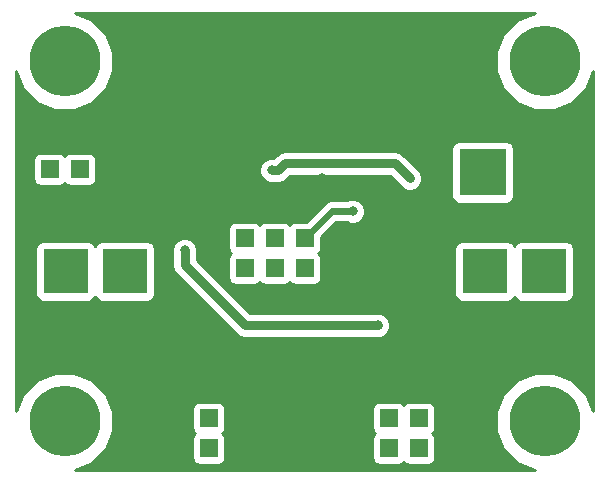
<source format=gbr>
G04 #@! TF.FileFunction,Copper,L1,Top,Signal*
%FSLAX46Y46*%
G04 Gerber Fmt 4.6, Leading zero omitted, Abs format (unit mm)*
G04 Created by KiCad (PCBNEW (2016-09-17 revision 679eef1)-makepkg) date 09/26/16 15:43:46*
%MOMM*%
%LPD*%
G01*
G04 APERTURE LIST*
%ADD10C,0.500000*%
%ADD11R,3.810000X3.810000*%
%ADD12C,6.000000*%
%ADD13R,1.524000X1.524000*%
%ADD14R,4.000000X4.000000*%
%ADD15C,4.000000*%
%ADD16C,0.800000*%
%ADD17C,0.600000*%
%ADD18C,0.300000*%
%ADD19C,0.800000*%
%ADD20C,0.254000*%
G04 APERTURE END LIST*
D10*
D11*
X45640000Y12700000D03*
X40640000Y12700000D03*
X45640000Y17780000D03*
X40640000Y17780000D03*
X5160000Y12700000D03*
X10160000Y12700000D03*
X5160000Y17780000D03*
X10160000Y17780000D03*
D12*
X5080000Y5080000D03*
X45720000Y35560000D03*
X5080000Y35560000D03*
X45720000Y5080000D03*
D13*
X6350000Y23876000D03*
X3810000Y23876000D03*
X6350000Y26416000D03*
X3810000Y26416000D03*
X14732000Y2794000D03*
X14732000Y5334000D03*
X32512000Y5334000D03*
X32512000Y2794000D03*
X35052000Y5334000D03*
X35052000Y2794000D03*
X37592000Y5334000D03*
X37592000Y2794000D03*
X25400000Y20574000D03*
X25400000Y18034000D03*
X20320000Y20574000D03*
X20320000Y18034000D03*
X22860000Y20574000D03*
X22860000Y18034000D03*
X6350000Y28956000D03*
X3810000Y28956000D03*
X17272000Y2794000D03*
X17272000Y5334000D03*
X29972000Y5334000D03*
X29972000Y2794000D03*
D14*
X40466000Y26162000D03*
D15*
X45466000Y26162000D03*
D16*
X23114000Y29972000D03*
X21844000Y29463984D03*
X21082000Y28702000D03*
X19812000Y28448000D03*
X19812000Y26924000D03*
X20827996Y26924000D03*
X21590000Y27685999D03*
X22606000Y28448000D03*
X23876000Y28955984D03*
X26907343Y25665197D03*
X26924000Y24434800D03*
X46024800Y23672800D03*
X48869600Y31496000D03*
X46177200Y30480000D03*
X48387000Y28956000D03*
X45720000Y28498800D03*
X47498000Y26619200D03*
X48920400Y26263600D03*
X48387000Y23368000D03*
X48818800Y21082000D03*
X49072800Y18389600D03*
X11379200Y8128000D03*
X12700000Y8178800D03*
X12801600Y9550402D03*
X11684000Y9702798D03*
X20828000Y5969000D03*
X19812000Y4699000D03*
X22098000Y4572000D03*
X24003000Y4699000D03*
X21209000Y1397000D03*
X27559000Y2159000D03*
X26289006Y1778000D03*
X24765000Y1397000D03*
X23241000Y1397000D03*
X19558000Y1397000D03*
X28702000Y4445000D03*
X32512000Y7112000D03*
X10160000Y8128000D03*
X8636000Y8128000D03*
X9652000Y6096000D03*
X9652000Y3556000D03*
X9144000Y1524000D03*
X18288000Y21844000D03*
X18288000Y20828000D03*
X18288000Y19304000D03*
X17272000Y18288000D03*
X18288000Y17272000D03*
X18288000Y28448000D03*
X18796000Y26924000D03*
X38100000Y1524000D03*
X39116000Y2540000D03*
X39116000Y4064000D03*
X39116000Y5588000D03*
X27940000Y3556000D03*
X39116000Y36576000D03*
X37592000Y37592000D03*
X36068000Y37592000D03*
X34036000Y37592000D03*
X32512000Y37592000D03*
X30988000Y37592000D03*
X29464000Y37592000D03*
X27940000Y37592000D03*
X26416000Y37592000D03*
X24892000Y37592000D03*
X23368000Y37592000D03*
X21844000Y37592000D03*
X20320000Y37592000D03*
X18288000Y37592000D03*
X16256000Y37592000D03*
X14224000Y37592000D03*
X11176000Y37592000D03*
X9652000Y34544000D03*
X9144000Y32512000D03*
X7620000Y30988000D03*
X5588000Y30988000D03*
X3556000Y30988000D03*
X1524000Y30988000D03*
X1524000Y28956000D03*
X1524000Y27432000D03*
X1524000Y25908000D03*
X6096000Y22352000D03*
X4572000Y22352000D03*
X3048000Y22352000D03*
X1524000Y24384000D03*
X1524000Y22860000D03*
X1524000Y20828000D03*
X1524000Y19304000D03*
X1524000Y17780000D03*
X1524000Y16256000D03*
X31496000Y7112000D03*
X32004000Y9144000D03*
X29972000Y9144000D03*
X29972000Y7112000D03*
X38100000Y14732000D03*
X38100000Y13716000D03*
X38100000Y12192000D03*
X38100000Y11176000D03*
X38100000Y10160000D03*
X39116000Y10160000D03*
X40640000Y9652000D03*
X41656000Y9652000D03*
X43180000Y9652000D03*
X44704000Y9652000D03*
X46228000Y9652000D03*
X47752000Y9652000D03*
X48768000Y10160000D03*
X48768000Y11684000D03*
X48768000Y13208000D03*
X48768000Y14732000D03*
X23876000Y11684000D03*
X21844000Y11684000D03*
X20320000Y11684000D03*
X18796000Y11684000D03*
X17780000Y12700000D03*
X16256000Y12700000D03*
X14732000Y12700000D03*
X13208000Y14224000D03*
X13208000Y12700000D03*
X13208000Y11684000D03*
X13208000Y10668000D03*
X10668000Y9652000D03*
X9144000Y9652000D03*
X7620000Y9652000D03*
X6096000Y9652000D03*
X4572000Y9652000D03*
X3048000Y9652000D03*
X2032000Y10668000D03*
X2032000Y11684000D03*
X2032000Y12700000D03*
X2032000Y13716000D03*
X27432000Y16002000D03*
X27432000Y17272000D03*
X27432000Y18796000D03*
X27432000Y20320000D03*
X33020000Y13208000D03*
X34036000Y12700000D03*
X34036000Y13716000D03*
X34036000Y14732000D03*
X34036000Y15748000D03*
X34036000Y16764000D03*
X33528000Y18288000D03*
X35052000Y17780000D03*
X35560000Y18796000D03*
X36068000Y20320000D03*
X36576000Y23876000D03*
X35560000Y23876000D03*
X34544000Y23368000D03*
X34544000Y22352000D03*
X34544000Y21336000D03*
X34544000Y20320000D03*
X34544000Y19304000D03*
X32512000Y17272000D03*
X32512000Y19304000D03*
X29464000Y17272000D03*
X29464000Y19304000D03*
X30988000Y18288000D03*
X15240000Y19558000D03*
X31623000Y13208000D03*
X29464000Y22860000D03*
X22606000Y26331987D03*
X34290000Y25654000D03*
D17*
X22548315Y29972000D02*
X23114000Y29972000D01*
X22352016Y29972000D02*
X22548315Y29972000D01*
X21844000Y29463984D02*
X22352016Y29972000D01*
X19812000Y28448000D02*
X20828000Y28448000D01*
X20828000Y28448000D02*
X21082000Y28702000D01*
X18796000Y26924000D02*
X19812000Y26924000D01*
X20827996Y27489685D02*
X20827996Y26924000D01*
X20828003Y27685999D02*
X20827996Y27685992D01*
X20827996Y27685992D02*
X20827996Y27489685D01*
X21590000Y27685999D02*
X20828003Y27685999D01*
X21082001Y27685999D02*
X20828003Y27685999D01*
X21843999Y27685999D02*
X21590000Y27685999D01*
X22606000Y28448000D02*
X21843999Y27685999D01*
X26924000Y24434800D02*
X26924000Y25648540D01*
X26924000Y25648540D02*
X26907343Y25665197D01*
D18*
X46329600Y23368000D02*
X46024800Y23672800D01*
X48387000Y23368000D02*
X46329600Y23368000D01*
X48387000Y28956000D02*
X46811920Y28956000D01*
X46811920Y28956000D02*
X46177200Y29590720D01*
X46177200Y29590720D02*
X46177200Y30480000D01*
X45720000Y28498800D02*
X47929800Y28498800D01*
X47929800Y28498800D02*
X48387000Y28956000D01*
X48920400Y26263600D02*
X47853600Y26263600D01*
X47853600Y26263600D02*
X47498000Y26619200D01*
X49072800Y18389600D02*
X49072800Y20828000D01*
X49072800Y20828000D02*
X48818800Y21082000D01*
D17*
X12700000Y8178800D02*
X11430000Y8178800D01*
X11430000Y8178800D02*
X11379200Y8128000D01*
X12700000Y8686798D02*
X12700000Y8178800D01*
X11684000Y9702798D02*
X12700000Y8686798D01*
X11684000Y9702798D02*
X12649204Y9702798D01*
X12649204Y9702798D02*
X12801600Y9550402D01*
D10*
X19812000Y4699000D02*
X19812000Y4953000D01*
X19812000Y4953000D02*
X20828000Y5969000D01*
X24003000Y4699000D02*
X22225000Y4699000D01*
X22225000Y4699000D02*
X22098000Y4572000D01*
D17*
X19558000Y1397000D02*
X21209000Y1397000D01*
X27178000Y1778000D02*
X27559000Y2159000D01*
X26289006Y1778000D02*
X27178000Y1778000D01*
X23241000Y1397000D02*
X24765000Y1397000D01*
X28702000Y4318000D02*
X28702000Y4445000D01*
X27940000Y3556000D02*
X28702000Y4318000D01*
X9652000Y6096000D02*
X9652000Y7112000D01*
X9652000Y7112000D02*
X8636000Y8128000D01*
X9144000Y1524000D02*
X9144000Y3048000D01*
X9144000Y3048000D02*
X9652000Y3556000D01*
X18288000Y19304000D02*
X18288000Y20828000D01*
X18288000Y17272000D02*
X17272000Y18288000D01*
X18796000Y26924000D02*
X18796000Y27940000D01*
X18796000Y27940000D02*
X18288000Y28448000D01*
X39116000Y4064000D02*
X39116000Y2540000D01*
X37592000Y5334000D02*
X38862000Y5334000D01*
X38862000Y5334000D02*
X39116000Y5588000D01*
X36068000Y37592000D02*
X37592000Y37592000D01*
X32512000Y37592000D02*
X34036000Y37592000D01*
X29464000Y37592000D02*
X30988000Y37592000D01*
X26416000Y37592000D02*
X27940000Y37592000D01*
X23368000Y37592000D02*
X24892000Y37592000D01*
X20320000Y37592000D02*
X21844000Y37592000D01*
X16256000Y37592000D02*
X18288000Y37592000D01*
X11176000Y37592000D02*
X14224000Y37592000D01*
X9144000Y32512000D02*
X9144000Y34036000D01*
X9144000Y34036000D02*
X9652000Y34544000D01*
X5588000Y30988000D02*
X7620000Y30988000D01*
X1524000Y30988000D02*
X3556000Y30988000D01*
X1524000Y27432000D02*
X1524000Y28956000D01*
X1524000Y24384000D02*
X1524000Y25908000D01*
X3048000Y22352000D02*
X4572000Y22352000D01*
X1524000Y22860000D02*
X1524000Y24384000D01*
X1524000Y19304000D02*
X1524000Y20828000D01*
X1524000Y16256000D02*
X1524000Y17780000D01*
X32004000Y9144000D02*
X31496000Y7112000D01*
X29972000Y7112000D02*
X29972000Y9144000D01*
X38100000Y12192000D02*
X38100000Y13716000D01*
X38100000Y10160000D02*
X38100000Y11176000D01*
X40640000Y9652000D02*
X39624000Y9652000D01*
X39624000Y9652000D02*
X39116000Y10160000D01*
X43180000Y9652000D02*
X41656000Y9652000D01*
X46228000Y9652000D02*
X44704000Y9652000D01*
X48768000Y10160000D02*
X48260000Y10160000D01*
X48260000Y10160000D02*
X47752000Y9652000D01*
X48768000Y13208000D02*
X48768000Y11684000D01*
X45640000Y12700000D02*
X46736000Y12700000D01*
X46736000Y12700000D02*
X48768000Y14732000D01*
X20320000Y11684000D02*
X21844000Y11684000D01*
X17780000Y12700000D02*
X18796000Y11684000D01*
X14732000Y12700000D02*
X16256000Y12700000D01*
X13208000Y12700000D02*
X13208000Y14224000D01*
X13208000Y10668000D02*
X13208000Y11684000D01*
X9144000Y9652000D02*
X10668000Y9652000D01*
X6096000Y9652000D02*
X7620000Y9652000D01*
X3048000Y9652000D02*
X4572000Y9652000D01*
X2032000Y11684000D02*
X2032000Y10668000D01*
X2032000Y13716000D02*
X2032000Y12700000D01*
X27432000Y17272000D02*
X27432000Y16256000D01*
X27432000Y20320000D02*
X27432000Y18796000D01*
X34036000Y12700000D02*
X33528000Y12700000D01*
X33528000Y12700000D02*
X33020000Y13208000D01*
X34036000Y14732000D02*
X34036000Y13716000D01*
X34036000Y16764000D02*
X34036000Y15748000D01*
X32512000Y17272000D02*
X33528000Y18288000D01*
X33528000Y18288000D02*
X34544000Y19304000D01*
X35052000Y17780000D02*
X34036000Y17780000D01*
X34036000Y17780000D02*
X33528000Y18288000D01*
X36068000Y20320000D02*
X36068000Y19304000D01*
X36068000Y19304000D02*
X35560000Y18796000D01*
X35560000Y23876000D02*
X36576000Y23876000D01*
X34544000Y22352000D02*
X34544000Y23368000D01*
X34544000Y20320000D02*
X34544000Y21336000D01*
X29464000Y19304000D02*
X29464000Y17272000D01*
D19*
X15240000Y18992315D02*
X15240000Y19558000D01*
X15240000Y18288000D02*
X15240000Y18992315D01*
X20320000Y13208000D02*
X15240000Y18288000D01*
X31623000Y13208000D02*
X20320000Y13208000D01*
D17*
X29464000Y22860000D02*
X27686000Y22860000D01*
X27686000Y22860000D02*
X25400000Y20574000D01*
D19*
X34290000Y25654000D02*
X33020000Y26924000D01*
X23171685Y26331987D02*
X22606000Y26331987D01*
X33020000Y26924000D02*
X23763698Y26924000D01*
X23763698Y26924000D02*
X23171685Y26331987D01*
D20*
G36*
X43385296Y39060741D02*
X42223340Y37900810D01*
X41593718Y36384513D01*
X41592285Y34742690D01*
X42219259Y33225296D01*
X43379190Y32063340D01*
X44895487Y31433718D01*
X46537310Y31432285D01*
X48054704Y32059259D01*
X49216660Y33219190D01*
X49836000Y34710725D01*
X49836000Y5925662D01*
X49220741Y7414704D01*
X48060810Y8576660D01*
X46544513Y9206282D01*
X44902690Y9207715D01*
X43385296Y8580741D01*
X42223340Y7420810D01*
X41593718Y5904513D01*
X41592285Y4262690D01*
X42219259Y2745296D01*
X43379190Y1583340D01*
X44870725Y964000D01*
X5925662Y964000D01*
X7414704Y1579259D01*
X8576660Y2739190D01*
X9206282Y4255487D01*
X9207715Y5897310D01*
X9125619Y6096000D01*
X15862560Y6096000D01*
X15862560Y4572000D01*
X15911843Y4324235D01*
X16052191Y4114191D01*
X16127307Y4064000D01*
X16052191Y4013809D01*
X15911843Y3803765D01*
X15862560Y3556000D01*
X15862560Y2032000D01*
X15911843Y1784235D01*
X16052191Y1574191D01*
X16262235Y1433843D01*
X16510000Y1384560D01*
X18034000Y1384560D01*
X18281765Y1433843D01*
X18491809Y1574191D01*
X18632157Y1784235D01*
X18681440Y2032000D01*
X18681440Y3556000D01*
X18632157Y3803765D01*
X18491809Y4013809D01*
X18416693Y4064000D01*
X18491809Y4114191D01*
X18632157Y4324235D01*
X18681440Y4572000D01*
X18681440Y6096000D01*
X31102560Y6096000D01*
X31102560Y4572000D01*
X31151843Y4324235D01*
X31292191Y4114191D01*
X31367307Y4064000D01*
X31292191Y4013809D01*
X31151843Y3803765D01*
X31102560Y3556000D01*
X31102560Y2032000D01*
X31151843Y1784235D01*
X31292191Y1574191D01*
X31502235Y1433843D01*
X31750000Y1384560D01*
X33274000Y1384560D01*
X33521765Y1433843D01*
X33731809Y1574191D01*
X33782000Y1649307D01*
X33832191Y1574191D01*
X34042235Y1433843D01*
X34290000Y1384560D01*
X35814000Y1384560D01*
X36061765Y1433843D01*
X36271809Y1574191D01*
X36412157Y1784235D01*
X36461440Y2032000D01*
X36461440Y3556000D01*
X36412157Y3803765D01*
X36271809Y4013809D01*
X36196693Y4064000D01*
X36271809Y4114191D01*
X36412157Y4324235D01*
X36461440Y4572000D01*
X36461440Y6096000D01*
X36412157Y6343765D01*
X36271809Y6553809D01*
X36061765Y6694157D01*
X35814000Y6743440D01*
X34290000Y6743440D01*
X34042235Y6694157D01*
X33832191Y6553809D01*
X33782000Y6478693D01*
X33731809Y6553809D01*
X33521765Y6694157D01*
X33274000Y6743440D01*
X31750000Y6743440D01*
X31502235Y6694157D01*
X31292191Y6553809D01*
X31151843Y6343765D01*
X31102560Y6096000D01*
X18681440Y6096000D01*
X18632157Y6343765D01*
X18491809Y6553809D01*
X18281765Y6694157D01*
X18034000Y6743440D01*
X16510000Y6743440D01*
X16262235Y6694157D01*
X16052191Y6553809D01*
X15911843Y6343765D01*
X15862560Y6096000D01*
X9125619Y6096000D01*
X8580741Y7414704D01*
X7420810Y8576660D01*
X5904513Y9206282D01*
X4262690Y9207715D01*
X2745296Y8580741D01*
X1583340Y7420810D01*
X964000Y5929275D01*
X964000Y19685000D01*
X2607560Y19685000D01*
X2607560Y15875000D01*
X2656843Y15627235D01*
X2797191Y15417191D01*
X3007235Y15276843D01*
X3255000Y15227560D01*
X7065000Y15227560D01*
X7312765Y15276843D01*
X7522809Y15417191D01*
X7660000Y15622510D01*
X7797191Y15417191D01*
X8007235Y15276843D01*
X8255000Y15227560D01*
X12065000Y15227560D01*
X12312765Y15276843D01*
X12522809Y15417191D01*
X12663157Y15627235D01*
X12712440Y15875000D01*
X12712440Y19353029D01*
X14204821Y19353029D01*
X14205000Y19352596D01*
X14205000Y18288005D01*
X14204999Y18288000D01*
X14283785Y17891923D01*
X14508144Y17556144D01*
X19588142Y12476147D01*
X19588144Y12476144D01*
X19923923Y12251785D01*
X20320000Y12172999D01*
X20320005Y12173000D01*
X31622670Y12173000D01*
X31827971Y12172821D01*
X32208515Y12330058D01*
X32499919Y12620954D01*
X32657820Y13001223D01*
X32658179Y13412971D01*
X32500942Y13793515D01*
X32210046Y14084919D01*
X31829777Y14242820D01*
X31418029Y14243179D01*
X31417596Y14243000D01*
X20748711Y14243000D01*
X16275000Y18716712D01*
X16275000Y19558000D01*
X16275179Y19762971D01*
X16117942Y20143515D01*
X15827046Y20434919D01*
X15446777Y20592820D01*
X15035029Y20593179D01*
X14654485Y20435942D01*
X14363081Y20145046D01*
X14205180Y19764777D01*
X14204821Y19353029D01*
X12712440Y19353029D01*
X12712440Y19685000D01*
X12663157Y19932765D01*
X12522809Y20142809D01*
X12312765Y20283157D01*
X12065000Y20332440D01*
X8255000Y20332440D01*
X8007235Y20283157D01*
X7797191Y20142809D01*
X7660000Y19937490D01*
X7522809Y20142809D01*
X7312765Y20283157D01*
X7065000Y20332440D01*
X3255000Y20332440D01*
X3007235Y20283157D01*
X2797191Y20142809D01*
X2656843Y19932765D01*
X2607560Y19685000D01*
X964000Y19685000D01*
X964000Y21336000D01*
X18910560Y21336000D01*
X18910560Y19812000D01*
X18959843Y19564235D01*
X19100191Y19354191D01*
X19175307Y19304000D01*
X19100191Y19253809D01*
X18959843Y19043765D01*
X18910560Y18796000D01*
X18910560Y17272000D01*
X18959843Y17024235D01*
X19100191Y16814191D01*
X19310235Y16673843D01*
X19558000Y16624560D01*
X21082000Y16624560D01*
X21329765Y16673843D01*
X21539809Y16814191D01*
X21590000Y16889307D01*
X21640191Y16814191D01*
X21850235Y16673843D01*
X22098000Y16624560D01*
X23622000Y16624560D01*
X23869765Y16673843D01*
X24079809Y16814191D01*
X24130000Y16889307D01*
X24180191Y16814191D01*
X24390235Y16673843D01*
X24638000Y16624560D01*
X26162000Y16624560D01*
X26409765Y16673843D01*
X26619809Y16814191D01*
X26760157Y17024235D01*
X26809440Y17272000D01*
X26809440Y18796000D01*
X26760157Y19043765D01*
X26619809Y19253809D01*
X26544693Y19304000D01*
X26619809Y19354191D01*
X26760157Y19564235D01*
X26784178Y19685000D01*
X38087560Y19685000D01*
X38087560Y15875000D01*
X38136843Y15627235D01*
X38277191Y15417191D01*
X38487235Y15276843D01*
X38735000Y15227560D01*
X42545000Y15227560D01*
X42792765Y15276843D01*
X43002809Y15417191D01*
X43140000Y15622510D01*
X43277191Y15417191D01*
X43487235Y15276843D01*
X43735000Y15227560D01*
X47545000Y15227560D01*
X47792765Y15276843D01*
X48002809Y15417191D01*
X48143157Y15627235D01*
X48192440Y15875000D01*
X48192440Y19685000D01*
X48143157Y19932765D01*
X48002809Y20142809D01*
X47792765Y20283157D01*
X47545000Y20332440D01*
X43735000Y20332440D01*
X43487235Y20283157D01*
X43277191Y20142809D01*
X43140000Y19937490D01*
X43002809Y20142809D01*
X42792765Y20283157D01*
X42545000Y20332440D01*
X38735000Y20332440D01*
X38487235Y20283157D01*
X38277191Y20142809D01*
X38136843Y19932765D01*
X38087560Y19685000D01*
X26784178Y19685000D01*
X26809440Y19812000D01*
X26809440Y20661150D01*
X28073290Y21925000D01*
X29016829Y21925000D01*
X29257223Y21825180D01*
X29668971Y21824821D01*
X30049515Y21982058D01*
X30340919Y22272954D01*
X30498820Y22653223D01*
X30499179Y23064971D01*
X30341942Y23445515D01*
X30051046Y23736919D01*
X29670777Y23894820D01*
X29259029Y23895179D01*
X29016576Y23795000D01*
X27686000Y23795000D01*
X27328191Y23723827D01*
X27024855Y23521145D01*
X25487150Y21983440D01*
X24638000Y21983440D01*
X24390235Y21934157D01*
X24180191Y21793809D01*
X24130000Y21718693D01*
X24079809Y21793809D01*
X23869765Y21934157D01*
X23622000Y21983440D01*
X22098000Y21983440D01*
X21850235Y21934157D01*
X21640191Y21793809D01*
X21590000Y21718693D01*
X21539809Y21793809D01*
X21329765Y21934157D01*
X21082000Y21983440D01*
X19558000Y21983440D01*
X19310235Y21934157D01*
X19100191Y21793809D01*
X18959843Y21583765D01*
X18910560Y21336000D01*
X964000Y21336000D01*
X964000Y27178000D01*
X2400560Y27178000D01*
X2400560Y25654000D01*
X2449843Y25406235D01*
X2590191Y25196191D01*
X2800235Y25055843D01*
X3048000Y25006560D01*
X4572000Y25006560D01*
X4819765Y25055843D01*
X5029809Y25196191D01*
X5080000Y25271307D01*
X5130191Y25196191D01*
X5340235Y25055843D01*
X5588000Y25006560D01*
X7112000Y25006560D01*
X7359765Y25055843D01*
X7569809Y25196191D01*
X7710157Y25406235D01*
X7759440Y25654000D01*
X7759440Y26127016D01*
X21570821Y26127016D01*
X21728058Y25746472D01*
X22018954Y25455068D01*
X22399223Y25297167D01*
X22810971Y25296808D01*
X22811404Y25296987D01*
X23171680Y25296987D01*
X23171685Y25296986D01*
X23567762Y25375772D01*
X23903541Y25600131D01*
X24192410Y25889000D01*
X32591288Y25889000D01*
X33557506Y24922783D01*
X33702954Y24777081D01*
X34083223Y24619180D01*
X34289996Y24619000D01*
X34290000Y24618999D01*
X34290004Y24619000D01*
X34494971Y24618821D01*
X34875515Y24776058D01*
X35166919Y25066954D01*
X35324820Y25447223D01*
X35325000Y25653996D01*
X35325001Y25654000D01*
X35325000Y25654004D01*
X35325179Y25858971D01*
X35167942Y26239515D01*
X34877046Y26530919D01*
X34876612Y26531099D01*
X33751856Y27655856D01*
X33416077Y27880215D01*
X33020000Y27959001D01*
X33019995Y27959000D01*
X23763703Y27959000D01*
X23763698Y27959001D01*
X23367621Y27880215D01*
X23031842Y27655856D01*
X23031840Y27655853D01*
X22742974Y27366987D01*
X22606330Y27366987D01*
X22401029Y27367166D01*
X22020485Y27209929D01*
X21729081Y26919033D01*
X21571180Y26538764D01*
X21570821Y26127016D01*
X7759440Y26127016D01*
X7759440Y27178000D01*
X7710157Y27425765D01*
X7569809Y27635809D01*
X7359765Y27776157D01*
X7112000Y27825440D01*
X5588000Y27825440D01*
X5340235Y27776157D01*
X5130191Y27635809D01*
X5080000Y27560693D01*
X5029809Y27635809D01*
X4819765Y27776157D01*
X4572000Y27825440D01*
X3048000Y27825440D01*
X2800235Y27776157D01*
X2590191Y27635809D01*
X2449843Y27425765D01*
X2400560Y27178000D01*
X964000Y27178000D01*
X964000Y28162000D01*
X37818560Y28162000D01*
X37818560Y24162000D01*
X37867843Y23914235D01*
X38008191Y23704191D01*
X38218235Y23563843D01*
X38466000Y23514560D01*
X42466000Y23514560D01*
X42713765Y23563843D01*
X42923809Y23704191D01*
X43064157Y23914235D01*
X43113440Y24162000D01*
X43113440Y28162000D01*
X43064157Y28409765D01*
X42923809Y28619809D01*
X42713765Y28760157D01*
X42466000Y28809440D01*
X38466000Y28809440D01*
X38218235Y28760157D01*
X38008191Y28619809D01*
X37867843Y28409765D01*
X37818560Y28162000D01*
X964000Y28162000D01*
X964000Y34714338D01*
X1579259Y33225296D01*
X2739190Y32063340D01*
X4255487Y31433718D01*
X5897310Y31432285D01*
X7414704Y32059259D01*
X8576660Y33219190D01*
X9206282Y34735487D01*
X9207715Y36377310D01*
X8580741Y37894704D01*
X7420810Y39056660D01*
X5929275Y39676000D01*
X44874338Y39676000D01*
X43385296Y39060741D01*
X43385296Y39060741D01*
G37*
X43385296Y39060741D02*
X42223340Y37900810D01*
X41593718Y36384513D01*
X41592285Y34742690D01*
X42219259Y33225296D01*
X43379190Y32063340D01*
X44895487Y31433718D01*
X46537310Y31432285D01*
X48054704Y32059259D01*
X49216660Y33219190D01*
X49836000Y34710725D01*
X49836000Y5925662D01*
X49220741Y7414704D01*
X48060810Y8576660D01*
X46544513Y9206282D01*
X44902690Y9207715D01*
X43385296Y8580741D01*
X42223340Y7420810D01*
X41593718Y5904513D01*
X41592285Y4262690D01*
X42219259Y2745296D01*
X43379190Y1583340D01*
X44870725Y964000D01*
X5925662Y964000D01*
X7414704Y1579259D01*
X8576660Y2739190D01*
X9206282Y4255487D01*
X9207715Y5897310D01*
X9125619Y6096000D01*
X15862560Y6096000D01*
X15862560Y4572000D01*
X15911843Y4324235D01*
X16052191Y4114191D01*
X16127307Y4064000D01*
X16052191Y4013809D01*
X15911843Y3803765D01*
X15862560Y3556000D01*
X15862560Y2032000D01*
X15911843Y1784235D01*
X16052191Y1574191D01*
X16262235Y1433843D01*
X16510000Y1384560D01*
X18034000Y1384560D01*
X18281765Y1433843D01*
X18491809Y1574191D01*
X18632157Y1784235D01*
X18681440Y2032000D01*
X18681440Y3556000D01*
X18632157Y3803765D01*
X18491809Y4013809D01*
X18416693Y4064000D01*
X18491809Y4114191D01*
X18632157Y4324235D01*
X18681440Y4572000D01*
X18681440Y6096000D01*
X31102560Y6096000D01*
X31102560Y4572000D01*
X31151843Y4324235D01*
X31292191Y4114191D01*
X31367307Y4064000D01*
X31292191Y4013809D01*
X31151843Y3803765D01*
X31102560Y3556000D01*
X31102560Y2032000D01*
X31151843Y1784235D01*
X31292191Y1574191D01*
X31502235Y1433843D01*
X31750000Y1384560D01*
X33274000Y1384560D01*
X33521765Y1433843D01*
X33731809Y1574191D01*
X33782000Y1649307D01*
X33832191Y1574191D01*
X34042235Y1433843D01*
X34290000Y1384560D01*
X35814000Y1384560D01*
X36061765Y1433843D01*
X36271809Y1574191D01*
X36412157Y1784235D01*
X36461440Y2032000D01*
X36461440Y3556000D01*
X36412157Y3803765D01*
X36271809Y4013809D01*
X36196693Y4064000D01*
X36271809Y4114191D01*
X36412157Y4324235D01*
X36461440Y4572000D01*
X36461440Y6096000D01*
X36412157Y6343765D01*
X36271809Y6553809D01*
X36061765Y6694157D01*
X35814000Y6743440D01*
X34290000Y6743440D01*
X34042235Y6694157D01*
X33832191Y6553809D01*
X33782000Y6478693D01*
X33731809Y6553809D01*
X33521765Y6694157D01*
X33274000Y6743440D01*
X31750000Y6743440D01*
X31502235Y6694157D01*
X31292191Y6553809D01*
X31151843Y6343765D01*
X31102560Y6096000D01*
X18681440Y6096000D01*
X18632157Y6343765D01*
X18491809Y6553809D01*
X18281765Y6694157D01*
X18034000Y6743440D01*
X16510000Y6743440D01*
X16262235Y6694157D01*
X16052191Y6553809D01*
X15911843Y6343765D01*
X15862560Y6096000D01*
X9125619Y6096000D01*
X8580741Y7414704D01*
X7420810Y8576660D01*
X5904513Y9206282D01*
X4262690Y9207715D01*
X2745296Y8580741D01*
X1583340Y7420810D01*
X964000Y5929275D01*
X964000Y19685000D01*
X2607560Y19685000D01*
X2607560Y15875000D01*
X2656843Y15627235D01*
X2797191Y15417191D01*
X3007235Y15276843D01*
X3255000Y15227560D01*
X7065000Y15227560D01*
X7312765Y15276843D01*
X7522809Y15417191D01*
X7660000Y15622510D01*
X7797191Y15417191D01*
X8007235Y15276843D01*
X8255000Y15227560D01*
X12065000Y15227560D01*
X12312765Y15276843D01*
X12522809Y15417191D01*
X12663157Y15627235D01*
X12712440Y15875000D01*
X12712440Y19353029D01*
X14204821Y19353029D01*
X14205000Y19352596D01*
X14205000Y18288005D01*
X14204999Y18288000D01*
X14283785Y17891923D01*
X14508144Y17556144D01*
X19588142Y12476147D01*
X19588144Y12476144D01*
X19923923Y12251785D01*
X20320000Y12172999D01*
X20320005Y12173000D01*
X31622670Y12173000D01*
X31827971Y12172821D01*
X32208515Y12330058D01*
X32499919Y12620954D01*
X32657820Y13001223D01*
X32658179Y13412971D01*
X32500942Y13793515D01*
X32210046Y14084919D01*
X31829777Y14242820D01*
X31418029Y14243179D01*
X31417596Y14243000D01*
X20748711Y14243000D01*
X16275000Y18716712D01*
X16275000Y19558000D01*
X16275179Y19762971D01*
X16117942Y20143515D01*
X15827046Y20434919D01*
X15446777Y20592820D01*
X15035029Y20593179D01*
X14654485Y20435942D01*
X14363081Y20145046D01*
X14205180Y19764777D01*
X14204821Y19353029D01*
X12712440Y19353029D01*
X12712440Y19685000D01*
X12663157Y19932765D01*
X12522809Y20142809D01*
X12312765Y20283157D01*
X12065000Y20332440D01*
X8255000Y20332440D01*
X8007235Y20283157D01*
X7797191Y20142809D01*
X7660000Y19937490D01*
X7522809Y20142809D01*
X7312765Y20283157D01*
X7065000Y20332440D01*
X3255000Y20332440D01*
X3007235Y20283157D01*
X2797191Y20142809D01*
X2656843Y19932765D01*
X2607560Y19685000D01*
X964000Y19685000D01*
X964000Y21336000D01*
X18910560Y21336000D01*
X18910560Y19812000D01*
X18959843Y19564235D01*
X19100191Y19354191D01*
X19175307Y19304000D01*
X19100191Y19253809D01*
X18959843Y19043765D01*
X18910560Y18796000D01*
X18910560Y17272000D01*
X18959843Y17024235D01*
X19100191Y16814191D01*
X19310235Y16673843D01*
X19558000Y16624560D01*
X21082000Y16624560D01*
X21329765Y16673843D01*
X21539809Y16814191D01*
X21590000Y16889307D01*
X21640191Y16814191D01*
X21850235Y16673843D01*
X22098000Y16624560D01*
X23622000Y16624560D01*
X23869765Y16673843D01*
X24079809Y16814191D01*
X24130000Y16889307D01*
X24180191Y16814191D01*
X24390235Y16673843D01*
X24638000Y16624560D01*
X26162000Y16624560D01*
X26409765Y16673843D01*
X26619809Y16814191D01*
X26760157Y17024235D01*
X26809440Y17272000D01*
X26809440Y18796000D01*
X26760157Y19043765D01*
X26619809Y19253809D01*
X26544693Y19304000D01*
X26619809Y19354191D01*
X26760157Y19564235D01*
X26784178Y19685000D01*
X38087560Y19685000D01*
X38087560Y15875000D01*
X38136843Y15627235D01*
X38277191Y15417191D01*
X38487235Y15276843D01*
X38735000Y15227560D01*
X42545000Y15227560D01*
X42792765Y15276843D01*
X43002809Y15417191D01*
X43140000Y15622510D01*
X43277191Y15417191D01*
X43487235Y15276843D01*
X43735000Y15227560D01*
X47545000Y15227560D01*
X47792765Y15276843D01*
X48002809Y15417191D01*
X48143157Y15627235D01*
X48192440Y15875000D01*
X48192440Y19685000D01*
X48143157Y19932765D01*
X48002809Y20142809D01*
X47792765Y20283157D01*
X47545000Y20332440D01*
X43735000Y20332440D01*
X43487235Y20283157D01*
X43277191Y20142809D01*
X43140000Y19937490D01*
X43002809Y20142809D01*
X42792765Y20283157D01*
X42545000Y20332440D01*
X38735000Y20332440D01*
X38487235Y20283157D01*
X38277191Y20142809D01*
X38136843Y19932765D01*
X38087560Y19685000D01*
X26784178Y19685000D01*
X26809440Y19812000D01*
X26809440Y20661150D01*
X28073290Y21925000D01*
X29016829Y21925000D01*
X29257223Y21825180D01*
X29668971Y21824821D01*
X30049515Y21982058D01*
X30340919Y22272954D01*
X30498820Y22653223D01*
X30499179Y23064971D01*
X30341942Y23445515D01*
X30051046Y23736919D01*
X29670777Y23894820D01*
X29259029Y23895179D01*
X29016576Y23795000D01*
X27686000Y23795000D01*
X27328191Y23723827D01*
X27024855Y23521145D01*
X25487150Y21983440D01*
X24638000Y21983440D01*
X24390235Y21934157D01*
X24180191Y21793809D01*
X24130000Y21718693D01*
X24079809Y21793809D01*
X23869765Y21934157D01*
X23622000Y21983440D01*
X22098000Y21983440D01*
X21850235Y21934157D01*
X21640191Y21793809D01*
X21590000Y21718693D01*
X21539809Y21793809D01*
X21329765Y21934157D01*
X21082000Y21983440D01*
X19558000Y21983440D01*
X19310235Y21934157D01*
X19100191Y21793809D01*
X18959843Y21583765D01*
X18910560Y21336000D01*
X964000Y21336000D01*
X964000Y27178000D01*
X2400560Y27178000D01*
X2400560Y25654000D01*
X2449843Y25406235D01*
X2590191Y25196191D01*
X2800235Y25055843D01*
X3048000Y25006560D01*
X4572000Y25006560D01*
X4819765Y25055843D01*
X5029809Y25196191D01*
X5080000Y25271307D01*
X5130191Y25196191D01*
X5340235Y25055843D01*
X5588000Y25006560D01*
X7112000Y25006560D01*
X7359765Y25055843D01*
X7569809Y25196191D01*
X7710157Y25406235D01*
X7759440Y25654000D01*
X7759440Y26127016D01*
X21570821Y26127016D01*
X21728058Y25746472D01*
X22018954Y25455068D01*
X22399223Y25297167D01*
X22810971Y25296808D01*
X22811404Y25296987D01*
X23171680Y25296987D01*
X23171685Y25296986D01*
X23567762Y25375772D01*
X23903541Y25600131D01*
X24192410Y25889000D01*
X32591288Y25889000D01*
X33557506Y24922783D01*
X33702954Y24777081D01*
X34083223Y24619180D01*
X34289996Y24619000D01*
X34290000Y24618999D01*
X34290004Y24619000D01*
X34494971Y24618821D01*
X34875515Y24776058D01*
X35166919Y25066954D01*
X35324820Y25447223D01*
X35325000Y25653996D01*
X35325001Y25654000D01*
X35325000Y25654004D01*
X35325179Y25858971D01*
X35167942Y26239515D01*
X34877046Y26530919D01*
X34876612Y26531099D01*
X33751856Y27655856D01*
X33416077Y27880215D01*
X33020000Y27959001D01*
X33019995Y27959000D01*
X23763703Y27959000D01*
X23763698Y27959001D01*
X23367621Y27880215D01*
X23031842Y27655856D01*
X23031840Y27655853D01*
X22742974Y27366987D01*
X22606330Y27366987D01*
X22401029Y27367166D01*
X22020485Y27209929D01*
X21729081Y26919033D01*
X21571180Y26538764D01*
X21570821Y26127016D01*
X7759440Y26127016D01*
X7759440Y27178000D01*
X7710157Y27425765D01*
X7569809Y27635809D01*
X7359765Y27776157D01*
X7112000Y27825440D01*
X5588000Y27825440D01*
X5340235Y27776157D01*
X5130191Y27635809D01*
X5080000Y27560693D01*
X5029809Y27635809D01*
X4819765Y27776157D01*
X4572000Y27825440D01*
X3048000Y27825440D01*
X2800235Y27776157D01*
X2590191Y27635809D01*
X2449843Y27425765D01*
X2400560Y27178000D01*
X964000Y27178000D01*
X964000Y28162000D01*
X37818560Y28162000D01*
X37818560Y24162000D01*
X37867843Y23914235D01*
X38008191Y23704191D01*
X38218235Y23563843D01*
X38466000Y23514560D01*
X42466000Y23514560D01*
X42713765Y23563843D01*
X42923809Y23704191D01*
X43064157Y23914235D01*
X43113440Y24162000D01*
X43113440Y28162000D01*
X43064157Y28409765D01*
X42923809Y28619809D01*
X42713765Y28760157D01*
X42466000Y28809440D01*
X38466000Y28809440D01*
X38218235Y28760157D01*
X38008191Y28619809D01*
X37867843Y28409765D01*
X37818560Y28162000D01*
X964000Y28162000D01*
X964000Y34714338D01*
X1579259Y33225296D01*
X2739190Y32063340D01*
X4255487Y31433718D01*
X5897310Y31432285D01*
X7414704Y32059259D01*
X8576660Y33219190D01*
X9206282Y34735487D01*
X9207715Y36377310D01*
X8580741Y37894704D01*
X7420810Y39056660D01*
X5929275Y39676000D01*
X44874338Y39676000D01*
X43385296Y39060741D01*
M02*

</source>
